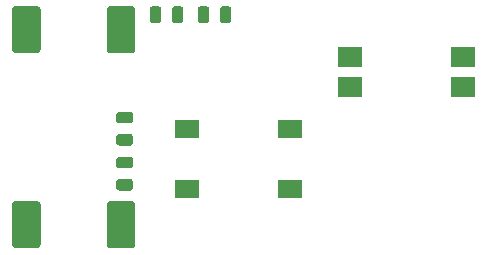
<source format=gbr>
G04 #@! TF.GenerationSoftware,KiCad,Pcbnew,5.1.5-52549c5~84~ubuntu18.04.1*
G04 #@! TF.CreationDate,2020-02-24T19:49:59+02:00*
G04 #@! TF.ProjectId,kello-zcdetector,6b656c6c-6f2d-47a6-9364-65746563746f,rev?*
G04 #@! TF.SameCoordinates,Original*
G04 #@! TF.FileFunction,Paste,Top*
G04 #@! TF.FilePolarity,Positive*
%FSLAX46Y46*%
G04 Gerber Fmt 4.6, Leading zero omitted, Abs format (unit mm)*
G04 Created by KiCad (PCBNEW 5.1.5-52549c5~84~ubuntu18.04.1) date 2020-02-24 19:49:59*
%MOMM*%
%LPD*%
G04 APERTURE LIST*
%ADD10C,0.100000*%
%ADD11R,2.000000X1.780000*%
%ADD12R,2.000000X1.500000*%
G04 APERTURE END LIST*
D10*
G36*
X31461142Y-12636174D02*
G01*
X31484803Y-12639684D01*
X31508007Y-12645496D01*
X31530529Y-12653554D01*
X31552153Y-12663782D01*
X31572670Y-12676079D01*
X31591883Y-12690329D01*
X31609607Y-12706393D01*
X31625671Y-12724117D01*
X31639921Y-12743330D01*
X31652218Y-12763847D01*
X31662446Y-12785471D01*
X31670504Y-12807993D01*
X31676316Y-12831197D01*
X31679826Y-12854858D01*
X31681000Y-12878750D01*
X31681000Y-13791250D01*
X31679826Y-13815142D01*
X31676316Y-13838803D01*
X31670504Y-13862007D01*
X31662446Y-13884529D01*
X31652218Y-13906153D01*
X31639921Y-13926670D01*
X31625671Y-13945883D01*
X31609607Y-13963607D01*
X31591883Y-13979671D01*
X31572670Y-13993921D01*
X31552153Y-14006218D01*
X31530529Y-14016446D01*
X31508007Y-14024504D01*
X31484803Y-14030316D01*
X31461142Y-14033826D01*
X31437250Y-14035000D01*
X30949750Y-14035000D01*
X30925858Y-14033826D01*
X30902197Y-14030316D01*
X30878993Y-14024504D01*
X30856471Y-14016446D01*
X30834847Y-14006218D01*
X30814330Y-13993921D01*
X30795117Y-13979671D01*
X30777393Y-13963607D01*
X30761329Y-13945883D01*
X30747079Y-13926670D01*
X30734782Y-13906153D01*
X30724554Y-13884529D01*
X30716496Y-13862007D01*
X30710684Y-13838803D01*
X30707174Y-13815142D01*
X30706000Y-13791250D01*
X30706000Y-12878750D01*
X30707174Y-12854858D01*
X30710684Y-12831197D01*
X30716496Y-12807993D01*
X30724554Y-12785471D01*
X30734782Y-12763847D01*
X30747079Y-12743330D01*
X30761329Y-12724117D01*
X30777393Y-12706393D01*
X30795117Y-12690329D01*
X30814330Y-12676079D01*
X30834847Y-12663782D01*
X30856471Y-12653554D01*
X30878993Y-12645496D01*
X30902197Y-12639684D01*
X30925858Y-12636174D01*
X30949750Y-12635000D01*
X31437250Y-12635000D01*
X31461142Y-12636174D01*
G37*
G36*
X33336142Y-12636174D02*
G01*
X33359803Y-12639684D01*
X33383007Y-12645496D01*
X33405529Y-12653554D01*
X33427153Y-12663782D01*
X33447670Y-12676079D01*
X33466883Y-12690329D01*
X33484607Y-12706393D01*
X33500671Y-12724117D01*
X33514921Y-12743330D01*
X33527218Y-12763847D01*
X33537446Y-12785471D01*
X33545504Y-12807993D01*
X33551316Y-12831197D01*
X33554826Y-12854858D01*
X33556000Y-12878750D01*
X33556000Y-13791250D01*
X33554826Y-13815142D01*
X33551316Y-13838803D01*
X33545504Y-13862007D01*
X33537446Y-13884529D01*
X33527218Y-13906153D01*
X33514921Y-13926670D01*
X33500671Y-13945883D01*
X33484607Y-13963607D01*
X33466883Y-13979671D01*
X33447670Y-13993921D01*
X33427153Y-14006218D01*
X33405529Y-14016446D01*
X33383007Y-14024504D01*
X33359803Y-14030316D01*
X33336142Y-14033826D01*
X33312250Y-14035000D01*
X32824750Y-14035000D01*
X32800858Y-14033826D01*
X32777197Y-14030316D01*
X32753993Y-14024504D01*
X32731471Y-14016446D01*
X32709847Y-14006218D01*
X32689330Y-13993921D01*
X32670117Y-13979671D01*
X32652393Y-13963607D01*
X32636329Y-13945883D01*
X32622079Y-13926670D01*
X32609782Y-13906153D01*
X32599554Y-13884529D01*
X32591496Y-13862007D01*
X32585684Y-13838803D01*
X32582174Y-13815142D01*
X32581000Y-13791250D01*
X32581000Y-12878750D01*
X32582174Y-12854858D01*
X32585684Y-12831197D01*
X32591496Y-12807993D01*
X32599554Y-12785471D01*
X32609782Y-12763847D01*
X32622079Y-12743330D01*
X32636329Y-12724117D01*
X32652393Y-12706393D01*
X32670117Y-12690329D01*
X32689330Y-12676079D01*
X32709847Y-12663782D01*
X32731471Y-12653554D01*
X32753993Y-12645496D01*
X32777197Y-12639684D01*
X32800858Y-12636174D01*
X32824750Y-12635000D01*
X33312250Y-12635000D01*
X33336142Y-12636174D01*
G37*
G36*
X27397142Y-12636174D02*
G01*
X27420803Y-12639684D01*
X27444007Y-12645496D01*
X27466529Y-12653554D01*
X27488153Y-12663782D01*
X27508670Y-12676079D01*
X27527883Y-12690329D01*
X27545607Y-12706393D01*
X27561671Y-12724117D01*
X27575921Y-12743330D01*
X27588218Y-12763847D01*
X27598446Y-12785471D01*
X27606504Y-12807993D01*
X27612316Y-12831197D01*
X27615826Y-12854858D01*
X27617000Y-12878750D01*
X27617000Y-13791250D01*
X27615826Y-13815142D01*
X27612316Y-13838803D01*
X27606504Y-13862007D01*
X27598446Y-13884529D01*
X27588218Y-13906153D01*
X27575921Y-13926670D01*
X27561671Y-13945883D01*
X27545607Y-13963607D01*
X27527883Y-13979671D01*
X27508670Y-13993921D01*
X27488153Y-14006218D01*
X27466529Y-14016446D01*
X27444007Y-14024504D01*
X27420803Y-14030316D01*
X27397142Y-14033826D01*
X27373250Y-14035000D01*
X26885750Y-14035000D01*
X26861858Y-14033826D01*
X26838197Y-14030316D01*
X26814993Y-14024504D01*
X26792471Y-14016446D01*
X26770847Y-14006218D01*
X26750330Y-13993921D01*
X26731117Y-13979671D01*
X26713393Y-13963607D01*
X26697329Y-13945883D01*
X26683079Y-13926670D01*
X26670782Y-13906153D01*
X26660554Y-13884529D01*
X26652496Y-13862007D01*
X26646684Y-13838803D01*
X26643174Y-13815142D01*
X26642000Y-13791250D01*
X26642000Y-12878750D01*
X26643174Y-12854858D01*
X26646684Y-12831197D01*
X26652496Y-12807993D01*
X26660554Y-12785471D01*
X26670782Y-12763847D01*
X26683079Y-12743330D01*
X26697329Y-12724117D01*
X26713393Y-12706393D01*
X26731117Y-12690329D01*
X26750330Y-12676079D01*
X26770847Y-12663782D01*
X26792471Y-12653554D01*
X26814993Y-12645496D01*
X26838197Y-12639684D01*
X26861858Y-12636174D01*
X26885750Y-12635000D01*
X27373250Y-12635000D01*
X27397142Y-12636174D01*
G37*
G36*
X29272142Y-12636174D02*
G01*
X29295803Y-12639684D01*
X29319007Y-12645496D01*
X29341529Y-12653554D01*
X29363153Y-12663782D01*
X29383670Y-12676079D01*
X29402883Y-12690329D01*
X29420607Y-12706393D01*
X29436671Y-12724117D01*
X29450921Y-12743330D01*
X29463218Y-12763847D01*
X29473446Y-12785471D01*
X29481504Y-12807993D01*
X29487316Y-12831197D01*
X29490826Y-12854858D01*
X29492000Y-12878750D01*
X29492000Y-13791250D01*
X29490826Y-13815142D01*
X29487316Y-13838803D01*
X29481504Y-13862007D01*
X29473446Y-13884529D01*
X29463218Y-13906153D01*
X29450921Y-13926670D01*
X29436671Y-13945883D01*
X29420607Y-13963607D01*
X29402883Y-13979671D01*
X29383670Y-13993921D01*
X29363153Y-14006218D01*
X29341529Y-14016446D01*
X29319007Y-14024504D01*
X29295803Y-14030316D01*
X29272142Y-14033826D01*
X29248250Y-14035000D01*
X28760750Y-14035000D01*
X28736858Y-14033826D01*
X28713197Y-14030316D01*
X28689993Y-14024504D01*
X28667471Y-14016446D01*
X28645847Y-14006218D01*
X28625330Y-13993921D01*
X28606117Y-13979671D01*
X28588393Y-13963607D01*
X28572329Y-13945883D01*
X28558079Y-13926670D01*
X28545782Y-13906153D01*
X28535554Y-13884529D01*
X28527496Y-13862007D01*
X28521684Y-13838803D01*
X28518174Y-13815142D01*
X28517000Y-13791250D01*
X28517000Y-12878750D01*
X28518174Y-12854858D01*
X28521684Y-12831197D01*
X28527496Y-12807993D01*
X28535554Y-12785471D01*
X28545782Y-12763847D01*
X28558079Y-12743330D01*
X28572329Y-12724117D01*
X28588393Y-12706393D01*
X28606117Y-12690329D01*
X28625330Y-12676079D01*
X28645847Y-12663782D01*
X28667471Y-12653554D01*
X28689993Y-12645496D01*
X28713197Y-12639684D01*
X28736858Y-12636174D01*
X28760750Y-12635000D01*
X29248250Y-12635000D01*
X29272142Y-12636174D01*
G37*
G36*
X25111581Y-29116502D02*
G01*
X25141868Y-29120995D01*
X25171569Y-29128435D01*
X25200397Y-29138750D01*
X25228076Y-29151841D01*
X25254338Y-29167581D01*
X25278931Y-29185821D01*
X25301617Y-29206383D01*
X25322179Y-29229069D01*
X25340419Y-29253662D01*
X25356159Y-29279924D01*
X25369250Y-29307603D01*
X25379565Y-29336431D01*
X25387005Y-29366132D01*
X25391498Y-29396419D01*
X25393000Y-29427000D01*
X25393000Y-32803000D01*
X25391498Y-32833581D01*
X25387005Y-32863868D01*
X25379565Y-32893569D01*
X25369250Y-32922397D01*
X25356159Y-32950076D01*
X25340419Y-32976338D01*
X25322179Y-33000931D01*
X25301617Y-33023617D01*
X25278931Y-33044179D01*
X25254338Y-33062419D01*
X25228076Y-33078159D01*
X25200397Y-33091250D01*
X25171569Y-33101565D01*
X25141868Y-33109005D01*
X25111581Y-33113498D01*
X25081000Y-33115000D01*
X23305000Y-33115000D01*
X23274419Y-33113498D01*
X23244132Y-33109005D01*
X23214431Y-33101565D01*
X23185603Y-33091250D01*
X23157924Y-33078159D01*
X23131662Y-33062419D01*
X23107069Y-33044179D01*
X23084383Y-33023617D01*
X23063821Y-33000931D01*
X23045581Y-32976338D01*
X23029841Y-32950076D01*
X23016750Y-32922397D01*
X23006435Y-32893569D01*
X22998995Y-32863868D01*
X22994502Y-32833581D01*
X22993000Y-32803000D01*
X22993000Y-29427000D01*
X22994502Y-29396419D01*
X22998995Y-29366132D01*
X23006435Y-29336431D01*
X23016750Y-29307603D01*
X23029841Y-29279924D01*
X23045581Y-29253662D01*
X23063821Y-29229069D01*
X23084383Y-29206383D01*
X23107069Y-29185821D01*
X23131662Y-29167581D01*
X23157924Y-29151841D01*
X23185603Y-29138750D01*
X23214431Y-29128435D01*
X23244132Y-29120995D01*
X23274419Y-29116502D01*
X23305000Y-29115000D01*
X25081000Y-29115000D01*
X25111581Y-29116502D01*
G37*
G36*
X17111581Y-29116502D02*
G01*
X17141868Y-29120995D01*
X17171569Y-29128435D01*
X17200397Y-29138750D01*
X17228076Y-29151841D01*
X17254338Y-29167581D01*
X17278931Y-29185821D01*
X17301617Y-29206383D01*
X17322179Y-29229069D01*
X17340419Y-29253662D01*
X17356159Y-29279924D01*
X17369250Y-29307603D01*
X17379565Y-29336431D01*
X17387005Y-29366132D01*
X17391498Y-29396419D01*
X17393000Y-29427000D01*
X17393000Y-32803000D01*
X17391498Y-32833581D01*
X17387005Y-32863868D01*
X17379565Y-32893569D01*
X17369250Y-32922397D01*
X17356159Y-32950076D01*
X17340419Y-32976338D01*
X17322179Y-33000931D01*
X17301617Y-33023617D01*
X17278931Y-33044179D01*
X17254338Y-33062419D01*
X17228076Y-33078159D01*
X17200397Y-33091250D01*
X17171569Y-33101565D01*
X17141868Y-33109005D01*
X17111581Y-33113498D01*
X17081000Y-33115000D01*
X15305000Y-33115000D01*
X15274419Y-33113498D01*
X15244132Y-33109005D01*
X15214431Y-33101565D01*
X15185603Y-33091250D01*
X15157924Y-33078159D01*
X15131662Y-33062419D01*
X15107069Y-33044179D01*
X15084383Y-33023617D01*
X15063821Y-33000931D01*
X15045581Y-32976338D01*
X15029841Y-32950076D01*
X15016750Y-32922397D01*
X15006435Y-32893569D01*
X14998995Y-32863868D01*
X14994502Y-32833581D01*
X14993000Y-32803000D01*
X14993000Y-29427000D01*
X14994502Y-29396419D01*
X14998995Y-29366132D01*
X15006435Y-29336431D01*
X15016750Y-29307603D01*
X15029841Y-29279924D01*
X15045581Y-29253662D01*
X15063821Y-29229069D01*
X15084383Y-29206383D01*
X15107069Y-29185821D01*
X15131662Y-29167581D01*
X15157924Y-29151841D01*
X15185603Y-29138750D01*
X15214431Y-29128435D01*
X15244132Y-29120995D01*
X15274419Y-29116502D01*
X15305000Y-29115000D01*
X17081000Y-29115000D01*
X17111581Y-29116502D01*
G37*
G36*
X17111581Y-12606502D02*
G01*
X17141868Y-12610995D01*
X17171569Y-12618435D01*
X17200397Y-12628750D01*
X17228076Y-12641841D01*
X17254338Y-12657581D01*
X17278931Y-12675821D01*
X17301617Y-12696383D01*
X17322179Y-12719069D01*
X17340419Y-12743662D01*
X17356159Y-12769924D01*
X17369250Y-12797603D01*
X17379565Y-12826431D01*
X17387005Y-12856132D01*
X17391498Y-12886419D01*
X17393000Y-12917000D01*
X17393000Y-16293000D01*
X17391498Y-16323581D01*
X17387005Y-16353868D01*
X17379565Y-16383569D01*
X17369250Y-16412397D01*
X17356159Y-16440076D01*
X17340419Y-16466338D01*
X17322179Y-16490931D01*
X17301617Y-16513617D01*
X17278931Y-16534179D01*
X17254338Y-16552419D01*
X17228076Y-16568159D01*
X17200397Y-16581250D01*
X17171569Y-16591565D01*
X17141868Y-16599005D01*
X17111581Y-16603498D01*
X17081000Y-16605000D01*
X15305000Y-16605000D01*
X15274419Y-16603498D01*
X15244132Y-16599005D01*
X15214431Y-16591565D01*
X15185603Y-16581250D01*
X15157924Y-16568159D01*
X15131662Y-16552419D01*
X15107069Y-16534179D01*
X15084383Y-16513617D01*
X15063821Y-16490931D01*
X15045581Y-16466338D01*
X15029841Y-16440076D01*
X15016750Y-16412397D01*
X15006435Y-16383569D01*
X14998995Y-16353868D01*
X14994502Y-16323581D01*
X14993000Y-16293000D01*
X14993000Y-12917000D01*
X14994502Y-12886419D01*
X14998995Y-12856132D01*
X15006435Y-12826431D01*
X15016750Y-12797603D01*
X15029841Y-12769924D01*
X15045581Y-12743662D01*
X15063821Y-12719069D01*
X15084383Y-12696383D01*
X15107069Y-12675821D01*
X15131662Y-12657581D01*
X15157924Y-12641841D01*
X15185603Y-12628750D01*
X15214431Y-12618435D01*
X15244132Y-12610995D01*
X15274419Y-12606502D01*
X15305000Y-12605000D01*
X17081000Y-12605000D01*
X17111581Y-12606502D01*
G37*
G36*
X25111581Y-12606502D02*
G01*
X25141868Y-12610995D01*
X25171569Y-12618435D01*
X25200397Y-12628750D01*
X25228076Y-12641841D01*
X25254338Y-12657581D01*
X25278931Y-12675821D01*
X25301617Y-12696383D01*
X25322179Y-12719069D01*
X25340419Y-12743662D01*
X25356159Y-12769924D01*
X25369250Y-12797603D01*
X25379565Y-12826431D01*
X25387005Y-12856132D01*
X25391498Y-12886419D01*
X25393000Y-12917000D01*
X25393000Y-16293000D01*
X25391498Y-16323581D01*
X25387005Y-16353868D01*
X25379565Y-16383569D01*
X25369250Y-16412397D01*
X25356159Y-16440076D01*
X25340419Y-16466338D01*
X25322179Y-16490931D01*
X25301617Y-16513617D01*
X25278931Y-16534179D01*
X25254338Y-16552419D01*
X25228076Y-16568159D01*
X25200397Y-16581250D01*
X25171569Y-16591565D01*
X25141868Y-16599005D01*
X25111581Y-16603498D01*
X25081000Y-16605000D01*
X23305000Y-16605000D01*
X23274419Y-16603498D01*
X23244132Y-16599005D01*
X23214431Y-16591565D01*
X23185603Y-16581250D01*
X23157924Y-16568159D01*
X23131662Y-16552419D01*
X23107069Y-16534179D01*
X23084383Y-16513617D01*
X23063821Y-16490931D01*
X23045581Y-16466338D01*
X23029841Y-16440076D01*
X23016750Y-16412397D01*
X23006435Y-16383569D01*
X22998995Y-16353868D01*
X22994502Y-16323581D01*
X22993000Y-16293000D01*
X22993000Y-12917000D01*
X22994502Y-12886419D01*
X22998995Y-12856132D01*
X23006435Y-12826431D01*
X23016750Y-12797603D01*
X23029841Y-12769924D01*
X23045581Y-12743662D01*
X23063821Y-12719069D01*
X23084383Y-12696383D01*
X23107069Y-12675821D01*
X23131662Y-12657581D01*
X23157924Y-12641841D01*
X23185603Y-12628750D01*
X23214431Y-12618435D01*
X23244132Y-12610995D01*
X23274419Y-12606502D01*
X23305000Y-12605000D01*
X25081000Y-12605000D01*
X25111581Y-12606502D01*
G37*
G36*
X24991142Y-23438174D02*
G01*
X25014803Y-23441684D01*
X25038007Y-23447496D01*
X25060529Y-23455554D01*
X25082153Y-23465782D01*
X25102670Y-23478079D01*
X25121883Y-23492329D01*
X25139607Y-23508393D01*
X25155671Y-23526117D01*
X25169921Y-23545330D01*
X25182218Y-23565847D01*
X25192446Y-23587471D01*
X25200504Y-23609993D01*
X25206316Y-23633197D01*
X25209826Y-23656858D01*
X25211000Y-23680750D01*
X25211000Y-24168250D01*
X25209826Y-24192142D01*
X25206316Y-24215803D01*
X25200504Y-24239007D01*
X25192446Y-24261529D01*
X25182218Y-24283153D01*
X25169921Y-24303670D01*
X25155671Y-24322883D01*
X25139607Y-24340607D01*
X25121883Y-24356671D01*
X25102670Y-24370921D01*
X25082153Y-24383218D01*
X25060529Y-24393446D01*
X25038007Y-24401504D01*
X25014803Y-24407316D01*
X24991142Y-24410826D01*
X24967250Y-24412000D01*
X24054750Y-24412000D01*
X24030858Y-24410826D01*
X24007197Y-24407316D01*
X23983993Y-24401504D01*
X23961471Y-24393446D01*
X23939847Y-24383218D01*
X23919330Y-24370921D01*
X23900117Y-24356671D01*
X23882393Y-24340607D01*
X23866329Y-24322883D01*
X23852079Y-24303670D01*
X23839782Y-24283153D01*
X23829554Y-24261529D01*
X23821496Y-24239007D01*
X23815684Y-24215803D01*
X23812174Y-24192142D01*
X23811000Y-24168250D01*
X23811000Y-23680750D01*
X23812174Y-23656858D01*
X23815684Y-23633197D01*
X23821496Y-23609993D01*
X23829554Y-23587471D01*
X23839782Y-23565847D01*
X23852079Y-23545330D01*
X23866329Y-23526117D01*
X23882393Y-23508393D01*
X23900117Y-23492329D01*
X23919330Y-23478079D01*
X23939847Y-23465782D01*
X23961471Y-23455554D01*
X23983993Y-23447496D01*
X24007197Y-23441684D01*
X24030858Y-23438174D01*
X24054750Y-23437000D01*
X24967250Y-23437000D01*
X24991142Y-23438174D01*
G37*
G36*
X24991142Y-21563174D02*
G01*
X25014803Y-21566684D01*
X25038007Y-21572496D01*
X25060529Y-21580554D01*
X25082153Y-21590782D01*
X25102670Y-21603079D01*
X25121883Y-21617329D01*
X25139607Y-21633393D01*
X25155671Y-21651117D01*
X25169921Y-21670330D01*
X25182218Y-21690847D01*
X25192446Y-21712471D01*
X25200504Y-21734993D01*
X25206316Y-21758197D01*
X25209826Y-21781858D01*
X25211000Y-21805750D01*
X25211000Y-22293250D01*
X25209826Y-22317142D01*
X25206316Y-22340803D01*
X25200504Y-22364007D01*
X25192446Y-22386529D01*
X25182218Y-22408153D01*
X25169921Y-22428670D01*
X25155671Y-22447883D01*
X25139607Y-22465607D01*
X25121883Y-22481671D01*
X25102670Y-22495921D01*
X25082153Y-22508218D01*
X25060529Y-22518446D01*
X25038007Y-22526504D01*
X25014803Y-22532316D01*
X24991142Y-22535826D01*
X24967250Y-22537000D01*
X24054750Y-22537000D01*
X24030858Y-22535826D01*
X24007197Y-22532316D01*
X23983993Y-22526504D01*
X23961471Y-22518446D01*
X23939847Y-22508218D01*
X23919330Y-22495921D01*
X23900117Y-22481671D01*
X23882393Y-22465607D01*
X23866329Y-22447883D01*
X23852079Y-22428670D01*
X23839782Y-22408153D01*
X23829554Y-22386529D01*
X23821496Y-22364007D01*
X23815684Y-22340803D01*
X23812174Y-22317142D01*
X23811000Y-22293250D01*
X23811000Y-21805750D01*
X23812174Y-21781858D01*
X23815684Y-21758197D01*
X23821496Y-21734993D01*
X23829554Y-21712471D01*
X23839782Y-21690847D01*
X23852079Y-21670330D01*
X23866329Y-21651117D01*
X23882393Y-21633393D01*
X23900117Y-21617329D01*
X23919330Y-21603079D01*
X23939847Y-21590782D01*
X23961471Y-21580554D01*
X23983993Y-21572496D01*
X24007197Y-21566684D01*
X24030858Y-21563174D01*
X24054750Y-21562000D01*
X24967250Y-21562000D01*
X24991142Y-21563174D01*
G37*
G36*
X24991142Y-27248174D02*
G01*
X25014803Y-27251684D01*
X25038007Y-27257496D01*
X25060529Y-27265554D01*
X25082153Y-27275782D01*
X25102670Y-27288079D01*
X25121883Y-27302329D01*
X25139607Y-27318393D01*
X25155671Y-27336117D01*
X25169921Y-27355330D01*
X25182218Y-27375847D01*
X25192446Y-27397471D01*
X25200504Y-27419993D01*
X25206316Y-27443197D01*
X25209826Y-27466858D01*
X25211000Y-27490750D01*
X25211000Y-27978250D01*
X25209826Y-28002142D01*
X25206316Y-28025803D01*
X25200504Y-28049007D01*
X25192446Y-28071529D01*
X25182218Y-28093153D01*
X25169921Y-28113670D01*
X25155671Y-28132883D01*
X25139607Y-28150607D01*
X25121883Y-28166671D01*
X25102670Y-28180921D01*
X25082153Y-28193218D01*
X25060529Y-28203446D01*
X25038007Y-28211504D01*
X25014803Y-28217316D01*
X24991142Y-28220826D01*
X24967250Y-28222000D01*
X24054750Y-28222000D01*
X24030858Y-28220826D01*
X24007197Y-28217316D01*
X23983993Y-28211504D01*
X23961471Y-28203446D01*
X23939847Y-28193218D01*
X23919330Y-28180921D01*
X23900117Y-28166671D01*
X23882393Y-28150607D01*
X23866329Y-28132883D01*
X23852079Y-28113670D01*
X23839782Y-28093153D01*
X23829554Y-28071529D01*
X23821496Y-28049007D01*
X23815684Y-28025803D01*
X23812174Y-28002142D01*
X23811000Y-27978250D01*
X23811000Y-27490750D01*
X23812174Y-27466858D01*
X23815684Y-27443197D01*
X23821496Y-27419993D01*
X23829554Y-27397471D01*
X23839782Y-27375847D01*
X23852079Y-27355330D01*
X23866329Y-27336117D01*
X23882393Y-27318393D01*
X23900117Y-27302329D01*
X23919330Y-27288079D01*
X23939847Y-27275782D01*
X23961471Y-27265554D01*
X23983993Y-27257496D01*
X24007197Y-27251684D01*
X24030858Y-27248174D01*
X24054750Y-27247000D01*
X24967250Y-27247000D01*
X24991142Y-27248174D01*
G37*
G36*
X24991142Y-25373174D02*
G01*
X25014803Y-25376684D01*
X25038007Y-25382496D01*
X25060529Y-25390554D01*
X25082153Y-25400782D01*
X25102670Y-25413079D01*
X25121883Y-25427329D01*
X25139607Y-25443393D01*
X25155671Y-25461117D01*
X25169921Y-25480330D01*
X25182218Y-25500847D01*
X25192446Y-25522471D01*
X25200504Y-25544993D01*
X25206316Y-25568197D01*
X25209826Y-25591858D01*
X25211000Y-25615750D01*
X25211000Y-26103250D01*
X25209826Y-26127142D01*
X25206316Y-26150803D01*
X25200504Y-26174007D01*
X25192446Y-26196529D01*
X25182218Y-26218153D01*
X25169921Y-26238670D01*
X25155671Y-26257883D01*
X25139607Y-26275607D01*
X25121883Y-26291671D01*
X25102670Y-26305921D01*
X25082153Y-26318218D01*
X25060529Y-26328446D01*
X25038007Y-26336504D01*
X25014803Y-26342316D01*
X24991142Y-26345826D01*
X24967250Y-26347000D01*
X24054750Y-26347000D01*
X24030858Y-26345826D01*
X24007197Y-26342316D01*
X23983993Y-26336504D01*
X23961471Y-26328446D01*
X23939847Y-26318218D01*
X23919330Y-26305921D01*
X23900117Y-26291671D01*
X23882393Y-26275607D01*
X23866329Y-26257883D01*
X23852079Y-26238670D01*
X23839782Y-26218153D01*
X23829554Y-26196529D01*
X23821496Y-26174007D01*
X23815684Y-26150803D01*
X23812174Y-26127142D01*
X23811000Y-26103250D01*
X23811000Y-25615750D01*
X23812174Y-25591858D01*
X23815684Y-25568197D01*
X23821496Y-25544993D01*
X23829554Y-25522471D01*
X23839782Y-25500847D01*
X23852079Y-25480330D01*
X23866329Y-25461117D01*
X23882393Y-25443393D01*
X23900117Y-25427329D01*
X23919330Y-25413079D01*
X23939847Y-25400782D01*
X23961471Y-25390554D01*
X23983993Y-25382496D01*
X24007197Y-25376684D01*
X24030858Y-25373174D01*
X24054750Y-25372000D01*
X24967250Y-25372000D01*
X24991142Y-25373174D01*
G37*
D11*
X53152000Y-16891000D03*
X43622000Y-19431000D03*
X53152000Y-19431000D03*
X43622000Y-16891000D03*
D12*
X29793000Y-28077000D03*
X29793000Y-22977000D03*
X38533000Y-22977000D03*
X38533000Y-28077000D03*
M02*

</source>
